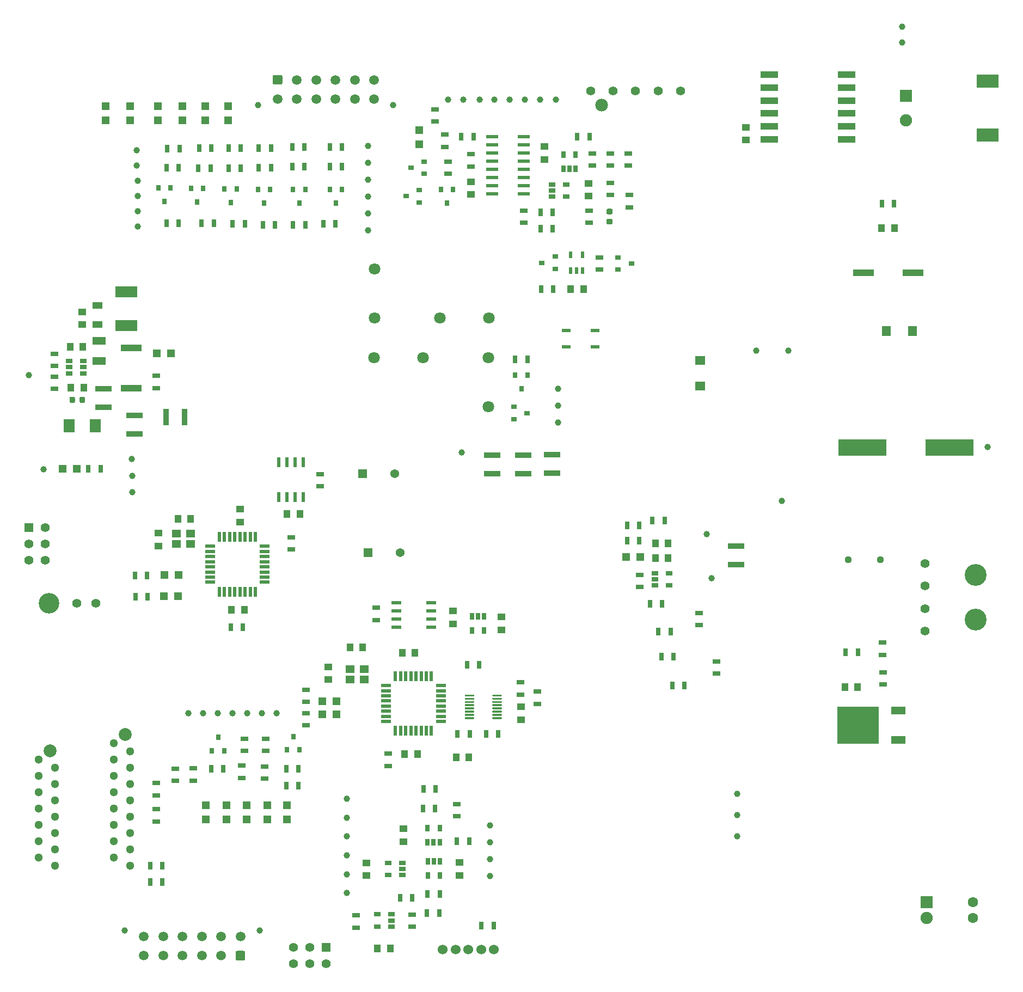
<source format=gbr>
%TF.GenerationSoftware,KiCad,Pcbnew,5.1.10-88a1d61d58~88~ubuntu20.04.1*%
%TF.CreationDate,2022-03-23T18:39:57-04:00*%
%TF.ProjectId,service_section_controller,73657276-6963-4655-9f73-656374696f6e,1.0*%
%TF.SameCoordinates,Original*%
%TF.FileFunction,Soldermask,Top*%
%TF.FilePolarity,Negative*%
%FSLAX46Y46*%
G04 Gerber Fmt 4.6, Leading zero omitted, Abs format (unit mm)*
G04 Created by KiCad (PCBNEW 5.1.10-88a1d61d58~88~ubuntu20.04.1) date 2022-03-23 18:39:57*
%MOMM*%
%LPD*%
G01*
G04 APERTURE LIST*
%ADD10C,3.400000*%
%ADD11C,1.397000*%
%ADD12C,1.371600*%
%ADD13R,1.371600X1.371600*%
%ADD14R,0.550000X1.600000*%
%ADD15R,1.600000X0.550000*%
%ADD16R,2.500000X0.900000*%
%ADD17R,1.250000X1.000000*%
%ADD18R,2.700000X1.000000*%
%ADD19R,1.300000X0.700000*%
%ADD20R,7.500000X2.500000*%
%ADD21R,0.700000X1.300000*%
%ADD22R,0.800000X0.900000*%
%ADD23R,1.200000X1.200000*%
%ADD24C,1.400000*%
%ADD25R,1.400000X1.400000*%
%ADD26R,0.900000X0.800000*%
%ADD27C,1.000000*%
%ADD28C,1.500000*%
%ADD29R,1.400000X1.200000*%
%ADD30R,0.600000X1.550000*%
%ADD31R,1.550000X0.600000*%
%ADD32R,1.060000X0.650000*%
%ADD33R,0.650000X1.060000*%
%ADD34R,2.200000X1.200000*%
%ADD35R,6.400000X5.800000*%
%ADD36R,3.200000X1.000000*%
%ADD37R,2.000000X1.200000*%
%ADD38C,1.800000*%
%ADD39R,3.400000X2.000000*%
%ADD40R,1.900000X1.900000*%
%ADD41C,1.900000*%
%ADD42C,1.524000*%
%ADD43C,2.000000*%
%ADD44C,1.300000*%
%ADD45C,1.981000*%
%ADD46R,0.900000X2.500000*%
%ADD47R,1.640000X1.400000*%
%ADD48R,1.400000X1.640000*%
%ADD49R,1.778000X2.159000*%
%ADD50R,3.500000X1.780000*%
%ADD51R,1.600000X1.000000*%
%ADD52R,1.000000X1.250000*%
%ADD53R,3.200000X1.100000*%
%ADD54C,1.600000*%
%ADD55R,0.600000X1.000000*%
%ADD56R,1.970000X0.600000*%
%ADD57C,3.200000*%
%ADD58C,1.420000*%
%ADD59R,1.450000X0.550000*%
%ADD60C,1.117600*%
G04 APERTURE END LIST*
D10*
%TO.C,J404*%
X278801000Y-138892400D03*
D11*
X270891000Y-144142400D03*
X270891000Y-140642400D03*
D10*
X278801000Y-145892400D03*
D11*
X270891000Y-147642400D03*
X270891000Y-137142400D03*
%TD*%
D12*
%TO.C,C902*%
X189331600Y-135432800D03*
D13*
X184327800Y-135432800D03*
%TD*%
D14*
%TO.C,U1003*%
X194176300Y-154652400D03*
X193376300Y-154652400D03*
X192576300Y-154652400D03*
X191776300Y-154652400D03*
X190976300Y-154652400D03*
X190176300Y-154652400D03*
X189376300Y-154652400D03*
X188576300Y-154652400D03*
D15*
X187126300Y-156102400D03*
X187126300Y-156902400D03*
X187126300Y-157702400D03*
X187126300Y-158502400D03*
X187126300Y-159302400D03*
X187126300Y-160102400D03*
X187126300Y-160902400D03*
X187126300Y-161702400D03*
D14*
X188576300Y-163152400D03*
X189376300Y-163152400D03*
X190176300Y-163152400D03*
X190976300Y-163152400D03*
X191776300Y-163152400D03*
X192576300Y-163152400D03*
X193376300Y-163152400D03*
X194176300Y-163152400D03*
D15*
X195626300Y-161702400D03*
X195626300Y-160902400D03*
X195626300Y-160102400D03*
X195626300Y-159302400D03*
X195626300Y-158502400D03*
X195626300Y-157702400D03*
X195626300Y-156902400D03*
X195626300Y-156102400D03*
%TD*%
D16*
%TO.C,F203*%
X212975000Y-120200000D03*
X212975000Y-123100000D03*
%TD*%
D17*
%TO.C,C805*%
X243078000Y-71294500D03*
X243078000Y-69294500D03*
%TD*%
D18*
%TO.C,T801*%
X258752300Y-61141600D03*
X246682300Y-61141600D03*
X258752300Y-63141600D03*
X246682300Y-63141600D03*
X258752300Y-65141600D03*
X246682300Y-65141600D03*
X258752300Y-67141600D03*
X246682300Y-67141600D03*
X258752300Y-69141600D03*
X246682300Y-69141600D03*
X258752300Y-71141600D03*
X246682300Y-71141600D03*
%TD*%
D19*
%TO.C,R305*%
X224790000Y-75245000D03*
X224790000Y-73345000D03*
%TD*%
D20*
%TO.C,C701*%
X261201000Y-119126000D03*
X274701000Y-119126000D03*
%TD*%
D21*
%TO.C,R907*%
X173517600Y-169011600D03*
X171617600Y-169011600D03*
%TD*%
D22*
%TO.C,Q902*%
X172694600Y-164024600D03*
X173644600Y-166124600D03*
X171744600Y-166124600D03*
%TD*%
D23*
%TO.C,D902*%
X168666160Y-176918800D03*
X168666160Y-174718800D03*
%TD*%
%TO.C,D903*%
X171714160Y-176918800D03*
X171714160Y-174718800D03*
%TD*%
D21*
%TO.C,R905*%
X173517600Y-171678600D03*
X171617600Y-171678600D03*
%TD*%
D23*
%TO.C,D905*%
X159105600Y-176918800D03*
X159105600Y-174718800D03*
%TD*%
D24*
%TO.C,J1001*%
X172720000Y-199390000D03*
X172720000Y-196850000D03*
X175260000Y-199390000D03*
X175260000Y-196850000D03*
X177800000Y-199390000D03*
D25*
X177800000Y-196850000D03*
%TD*%
D26*
%TO.C,D301*%
X192262000Y-80960000D03*
X192262000Y-79060000D03*
X190262000Y-80010000D03*
%TD*%
D27*
%TO.C,J1101*%
X167243500Y-65852500D03*
X188243500Y-65852500D03*
G36*
G01*
X169493500Y-62412500D02*
X169493500Y-61412500D01*
G75*
G02*
X169743500Y-61162500I250000J0D01*
G01*
X170743500Y-61162500D01*
G75*
G02*
X170993500Y-61412500I0J-250000D01*
G01*
X170993500Y-62412500D01*
G75*
G02*
X170743500Y-62662500I-250000J0D01*
G01*
X169743500Y-62662500D01*
G75*
G02*
X169493500Y-62412500I0J250000D01*
G01*
G37*
D28*
X173243500Y-61912500D03*
X176243500Y-61912500D03*
X179243500Y-61912500D03*
X182243500Y-61912500D03*
X185243500Y-61912500D03*
X170243500Y-64912500D03*
X173243500Y-64912500D03*
X176243500Y-64912500D03*
X179243500Y-64912500D03*
X182243500Y-64912500D03*
X185243500Y-64912500D03*
%TD*%
D29*
%TO.C,Y1002*%
X154533920Y-132455140D03*
X156733920Y-132455140D03*
X156733920Y-134055140D03*
X154533920Y-134055140D03*
%TD*%
%TO.C,Y1001*%
X181513300Y-153530400D03*
X183713300Y-153530400D03*
X183713300Y-155130400D03*
X181513300Y-155130400D03*
%TD*%
D15*
%TO.C,U1004*%
X168250000Y-134450000D03*
X168250000Y-135250000D03*
X168250000Y-136050000D03*
X168250000Y-136850000D03*
X168250000Y-137650000D03*
X168250000Y-138450000D03*
X168250000Y-139250000D03*
X168250000Y-140050000D03*
D14*
X166800000Y-141500000D03*
X166000000Y-141500000D03*
X165200000Y-141500000D03*
X164400000Y-141500000D03*
X163600000Y-141500000D03*
X162800000Y-141500000D03*
X162000000Y-141500000D03*
X161200000Y-141500000D03*
D15*
X159750000Y-140050000D03*
X159750000Y-139250000D03*
X159750000Y-138450000D03*
X159750000Y-137650000D03*
X159750000Y-136850000D03*
X159750000Y-136050000D03*
X159750000Y-135250000D03*
X159750000Y-134450000D03*
D14*
X161200000Y-133000000D03*
X162000000Y-133000000D03*
X162800000Y-133000000D03*
X163600000Y-133000000D03*
X164400000Y-133000000D03*
X165200000Y-133000000D03*
X166000000Y-133000000D03*
X166800000Y-133000000D03*
%TD*%
D30*
%TO.C,U1002*%
X170461820Y-121410440D03*
X171731820Y-121410440D03*
X173001820Y-121410440D03*
X174271820Y-121410440D03*
X174271820Y-126810440D03*
X173001820Y-126810440D03*
X171731820Y-126810440D03*
X170461820Y-126810440D03*
%TD*%
D31*
%TO.C,U1001*%
X188701700Y-147040600D03*
X188701700Y-145770600D03*
X188701700Y-144500600D03*
X188701700Y-143230600D03*
X194101700Y-143230600D03*
X194101700Y-144500600D03*
X194101700Y-145770600D03*
X194101700Y-147040600D03*
%TD*%
D32*
%TO.C,U806*%
X187418800Y-185557200D03*
X187418800Y-183657200D03*
X189618800Y-183657200D03*
X189618800Y-184607200D03*
X189618800Y-185557200D03*
%TD*%
D33*
%TO.C,U805*%
X195526700Y-185643700D03*
X193626700Y-185643700D03*
X193626700Y-183443700D03*
X194576700Y-183443700D03*
X195526700Y-183443700D03*
%TD*%
D32*
%TO.C,U804*%
X185793200Y-193583600D03*
X185793200Y-191683600D03*
X187993200Y-191683600D03*
X187993200Y-192633600D03*
X187993200Y-193583600D03*
%TD*%
D33*
%TO.C,U803*%
X193563200Y-178300200D03*
X195463200Y-178300200D03*
X195463200Y-180500200D03*
X194513200Y-180500200D03*
X193563200Y-180500200D03*
%TD*%
%TO.C,U802*%
G36*
G01*
X203659800Y-157735400D02*
X203659800Y-157585400D01*
G75*
G02*
X203734800Y-157510400I75000J0D01*
G01*
X205034800Y-157510400D01*
G75*
G02*
X205109800Y-157585400I0J-75000D01*
G01*
X205109800Y-157735400D01*
G75*
G02*
X205034800Y-157810400I-75000J0D01*
G01*
X203734800Y-157810400D01*
G75*
G02*
X203659800Y-157735400I0J75000D01*
G01*
G37*
G36*
G01*
X203659800Y-158235400D02*
X203659800Y-158085400D01*
G75*
G02*
X203734800Y-158010400I75000J0D01*
G01*
X205034800Y-158010400D01*
G75*
G02*
X205109800Y-158085400I0J-75000D01*
G01*
X205109800Y-158235400D01*
G75*
G02*
X205034800Y-158310400I-75000J0D01*
G01*
X203734800Y-158310400D01*
G75*
G02*
X203659800Y-158235400I0J75000D01*
G01*
G37*
G36*
G01*
X203659800Y-158735400D02*
X203659800Y-158585400D01*
G75*
G02*
X203734800Y-158510400I75000J0D01*
G01*
X205034800Y-158510400D01*
G75*
G02*
X205109800Y-158585400I0J-75000D01*
G01*
X205109800Y-158735400D01*
G75*
G02*
X205034800Y-158810400I-75000J0D01*
G01*
X203734800Y-158810400D01*
G75*
G02*
X203659800Y-158735400I0J75000D01*
G01*
G37*
G36*
G01*
X203659800Y-159235400D02*
X203659800Y-159085400D01*
G75*
G02*
X203734800Y-159010400I75000J0D01*
G01*
X205034800Y-159010400D01*
G75*
G02*
X205109800Y-159085400I0J-75000D01*
G01*
X205109800Y-159235400D01*
G75*
G02*
X205034800Y-159310400I-75000J0D01*
G01*
X203734800Y-159310400D01*
G75*
G02*
X203659800Y-159235400I0J75000D01*
G01*
G37*
G36*
G01*
X203659800Y-159735400D02*
X203659800Y-159585400D01*
G75*
G02*
X203734800Y-159510400I75000J0D01*
G01*
X205034800Y-159510400D01*
G75*
G02*
X205109800Y-159585400I0J-75000D01*
G01*
X205109800Y-159735400D01*
G75*
G02*
X205034800Y-159810400I-75000J0D01*
G01*
X203734800Y-159810400D01*
G75*
G02*
X203659800Y-159735400I0J75000D01*
G01*
G37*
G36*
G01*
X203659800Y-160235400D02*
X203659800Y-160085400D01*
G75*
G02*
X203734800Y-160010400I75000J0D01*
G01*
X205034800Y-160010400D01*
G75*
G02*
X205109800Y-160085400I0J-75000D01*
G01*
X205109800Y-160235400D01*
G75*
G02*
X205034800Y-160310400I-75000J0D01*
G01*
X203734800Y-160310400D01*
G75*
G02*
X203659800Y-160235400I0J75000D01*
G01*
G37*
G36*
G01*
X203659800Y-160735400D02*
X203659800Y-160585400D01*
G75*
G02*
X203734800Y-160510400I75000J0D01*
G01*
X205034800Y-160510400D01*
G75*
G02*
X205109800Y-160585400I0J-75000D01*
G01*
X205109800Y-160735400D01*
G75*
G02*
X205034800Y-160810400I-75000J0D01*
G01*
X203734800Y-160810400D01*
G75*
G02*
X203659800Y-160735400I0J75000D01*
G01*
G37*
G36*
G01*
X203659800Y-161235400D02*
X203659800Y-161085400D01*
G75*
G02*
X203734800Y-161010400I75000J0D01*
G01*
X205034800Y-161010400D01*
G75*
G02*
X205109800Y-161085400I0J-75000D01*
G01*
X205109800Y-161235400D01*
G75*
G02*
X205034800Y-161310400I-75000J0D01*
G01*
X203734800Y-161310400D01*
G75*
G02*
X203659800Y-161235400I0J75000D01*
G01*
G37*
G36*
G01*
X199359800Y-161235400D02*
X199359800Y-161085400D01*
G75*
G02*
X199434800Y-161010400I75000J0D01*
G01*
X200734800Y-161010400D01*
G75*
G02*
X200809800Y-161085400I0J-75000D01*
G01*
X200809800Y-161235400D01*
G75*
G02*
X200734800Y-161310400I-75000J0D01*
G01*
X199434800Y-161310400D01*
G75*
G02*
X199359800Y-161235400I0J75000D01*
G01*
G37*
G36*
G01*
X199359800Y-160735400D02*
X199359800Y-160585400D01*
G75*
G02*
X199434800Y-160510400I75000J0D01*
G01*
X200734800Y-160510400D01*
G75*
G02*
X200809800Y-160585400I0J-75000D01*
G01*
X200809800Y-160735400D01*
G75*
G02*
X200734800Y-160810400I-75000J0D01*
G01*
X199434800Y-160810400D01*
G75*
G02*
X199359800Y-160735400I0J75000D01*
G01*
G37*
G36*
G01*
X199359800Y-160235400D02*
X199359800Y-160085400D01*
G75*
G02*
X199434800Y-160010400I75000J0D01*
G01*
X200734800Y-160010400D01*
G75*
G02*
X200809800Y-160085400I0J-75000D01*
G01*
X200809800Y-160235400D01*
G75*
G02*
X200734800Y-160310400I-75000J0D01*
G01*
X199434800Y-160310400D01*
G75*
G02*
X199359800Y-160235400I0J75000D01*
G01*
G37*
G36*
G01*
X199359800Y-159735400D02*
X199359800Y-159585400D01*
G75*
G02*
X199434800Y-159510400I75000J0D01*
G01*
X200734800Y-159510400D01*
G75*
G02*
X200809800Y-159585400I0J-75000D01*
G01*
X200809800Y-159735400D01*
G75*
G02*
X200734800Y-159810400I-75000J0D01*
G01*
X199434800Y-159810400D01*
G75*
G02*
X199359800Y-159735400I0J75000D01*
G01*
G37*
G36*
G01*
X199359800Y-159235400D02*
X199359800Y-159085400D01*
G75*
G02*
X199434800Y-159010400I75000J0D01*
G01*
X200734800Y-159010400D01*
G75*
G02*
X200809800Y-159085400I0J-75000D01*
G01*
X200809800Y-159235400D01*
G75*
G02*
X200734800Y-159310400I-75000J0D01*
G01*
X199434800Y-159310400D01*
G75*
G02*
X199359800Y-159235400I0J75000D01*
G01*
G37*
G36*
G01*
X199359800Y-158735400D02*
X199359800Y-158585400D01*
G75*
G02*
X199434800Y-158510400I75000J0D01*
G01*
X200734800Y-158510400D01*
G75*
G02*
X200809800Y-158585400I0J-75000D01*
G01*
X200809800Y-158735400D01*
G75*
G02*
X200734800Y-158810400I-75000J0D01*
G01*
X199434800Y-158810400D01*
G75*
G02*
X199359800Y-158735400I0J75000D01*
G01*
G37*
G36*
G01*
X199359800Y-158235400D02*
X199359800Y-158085400D01*
G75*
G02*
X199434800Y-158010400I75000J0D01*
G01*
X200734800Y-158010400D01*
G75*
G02*
X200809800Y-158085400I0J-75000D01*
G01*
X200809800Y-158235400D01*
G75*
G02*
X200734800Y-158310400I-75000J0D01*
G01*
X199434800Y-158310400D01*
G75*
G02*
X199359800Y-158235400I0J75000D01*
G01*
G37*
G36*
G01*
X199359800Y-157735400D02*
X199359800Y-157585400D01*
G75*
G02*
X199434800Y-157510400I75000J0D01*
G01*
X200734800Y-157510400D01*
G75*
G02*
X200809800Y-157585400I0J-75000D01*
G01*
X200809800Y-157735400D01*
G75*
G02*
X200734800Y-157810400I-75000J0D01*
G01*
X199434800Y-157810400D01*
G75*
G02*
X199359800Y-157735400I0J75000D01*
G01*
G37*
%TD*%
%TO.C,U801*%
X202359300Y-147556400D03*
X200459300Y-147556400D03*
X200459300Y-145356400D03*
X201409300Y-145356400D03*
X202359300Y-145356400D03*
%TD*%
D34*
%TO.C,U701*%
X266810600Y-164535200D03*
X266810600Y-159975200D03*
D35*
X260510600Y-162255200D03*
%TD*%
D32*
%TO.C,U601*%
X231097000Y-138623000D03*
X231097000Y-140523000D03*
X228897000Y-140523000D03*
X228897000Y-139573000D03*
X228897000Y-138623000D03*
%TD*%
D33*
%TO.C,U302*%
X214696000Y-73576000D03*
X216596000Y-73576000D03*
X216596000Y-75776000D03*
X215646000Y-75776000D03*
X214696000Y-75776000D03*
%TD*%
D32*
%TO.C,U301*%
X215095000Y-78171000D03*
X215095000Y-80071000D03*
X212895000Y-80071000D03*
X212895000Y-79121000D03*
X212895000Y-78171000D03*
%TD*%
%TO.C,U201*%
X140076100Y-106603800D03*
X140076100Y-105653800D03*
X140076100Y-107553800D03*
X137876100Y-107553800D03*
X137876100Y-106603800D03*
X137876100Y-105653800D03*
%TD*%
D19*
%TO.C,R1014*%
X172400000Y-134950000D03*
X172400000Y-133050000D03*
%TD*%
D21*
%TO.C,R1013*%
X152334000Y-184150000D03*
X150434000Y-184150000D03*
%TD*%
%TO.C,R1012*%
X152334000Y-186690000D03*
X150434000Y-186690000D03*
%TD*%
%TO.C,R1010*%
X148160000Y-142300000D03*
X150060000Y-142300000D03*
%TD*%
%TO.C,R1009*%
X148050000Y-138990000D03*
X149950000Y-138990000D03*
%TD*%
D19*
%TO.C,R1008*%
X174675000Y-162275000D03*
X174675000Y-160375000D03*
%TD*%
%TO.C,R1007*%
X174700000Y-156750000D03*
X174700000Y-158650000D03*
%TD*%
D21*
%TO.C,R1006*%
X199710000Y-152908000D03*
X201610000Y-152908000D03*
%TD*%
D19*
%TO.C,R1005*%
X151384000Y-177226000D03*
X151384000Y-175326000D03*
%TD*%
%TO.C,R1004*%
X151384000Y-171262000D03*
X151384000Y-173162000D03*
%TD*%
%TO.C,R1001*%
X187439300Y-166715400D03*
X187439300Y-168615400D03*
%TD*%
%TO.C,R909*%
X154355800Y-170952200D03*
X154355800Y-169052200D03*
%TD*%
%TO.C,R908*%
X165074600Y-164378600D03*
X165074600Y-166278600D03*
%TD*%
%TO.C,R906*%
X164693600Y-170469600D03*
X164693600Y-168569600D03*
%TD*%
D21*
%TO.C,R902*%
X161833600Y-169011600D03*
X159933600Y-169011600D03*
%TD*%
D19*
%TO.C,R904*%
X168376600Y-164378600D03*
X168376600Y-166278600D03*
%TD*%
%TO.C,R901*%
X157149800Y-170901400D03*
X157149800Y-169001400D03*
%TD*%
%TO.C,R903*%
X168249600Y-170596600D03*
X168249600Y-168696600D03*
%TD*%
D21*
%TO.C,R815*%
X209103000Y-105346500D03*
X207203000Y-105346500D03*
%TD*%
%TO.C,R814*%
X193499700Y-191528700D03*
X195399700Y-191528700D03*
%TD*%
D19*
%TO.C,R812*%
X191160400Y-193634400D03*
X191160400Y-191734400D03*
%TD*%
D21*
%TO.C,R813*%
X195463200Y-188544200D03*
X193563200Y-188544200D03*
%TD*%
%TO.C,R810*%
X198236800Y-163601400D03*
X200136800Y-163601400D03*
%TD*%
%TO.C,R809*%
X202681800Y-163601400D03*
X204581800Y-163601400D03*
%TD*%
%TO.C,R808*%
X192928200Y-172224700D03*
X194828200Y-172224700D03*
%TD*%
%TO.C,R807*%
X198135200Y-180289200D03*
X200035200Y-180289200D03*
%TD*%
D19*
%TO.C,R806*%
X210680300Y-158963400D03*
X210680300Y-157063400D03*
%TD*%
%TO.C,R805*%
X208013300Y-157502900D03*
X208013300Y-155602900D03*
%TD*%
D21*
%TO.C,R803*%
X194764700Y-175209200D03*
X192864700Y-175209200D03*
%TD*%
D19*
%TO.C,R804*%
X198132700Y-176413200D03*
X198132700Y-174513200D03*
%TD*%
%TO.C,R802*%
X182422800Y-193736000D03*
X182422800Y-191836000D03*
%TD*%
D21*
%TO.C,R801*%
X203845200Y-193446400D03*
X201945200Y-193446400D03*
%TD*%
%TO.C,R707*%
X266126000Y-81153000D03*
X264226000Y-81153000D03*
%TD*%
%TO.C,R610*%
X226502000Y-131191000D03*
X224602000Y-131191000D03*
%TD*%
%TO.C,R609*%
X226502000Y-133604000D03*
X224602000Y-133604000D03*
%TD*%
%TO.C,R608*%
X230439000Y-130429000D03*
X228539000Y-130429000D03*
%TD*%
%TO.C,R607*%
X230058000Y-143408400D03*
X228158000Y-143408400D03*
%TD*%
%TO.C,R606*%
X231836000Y-151638000D03*
X229936000Y-151638000D03*
%TD*%
D19*
%TO.C,R605*%
X226568000Y-138877000D03*
X226568000Y-140777000D03*
%TD*%
D21*
%TO.C,R604*%
X233512400Y-156108400D03*
X231612400Y-156108400D03*
%TD*%
%TO.C,R602*%
X229478800Y-147675600D03*
X231378800Y-147675600D03*
%TD*%
D19*
%TO.C,R603*%
X235813600Y-144795200D03*
X235813600Y-146695200D03*
%TD*%
%TO.C,R601*%
X238506000Y-152364400D03*
X238506000Y-154264400D03*
%TD*%
D21*
%TO.C,R518*%
X177358000Y-84328000D03*
X179258000Y-84328000D03*
%TD*%
%TO.C,R516*%
X172659000Y-84455000D03*
X174559000Y-84455000D03*
%TD*%
%TO.C,R517*%
X167960000Y-84455000D03*
X169860000Y-84455000D03*
%TD*%
%TO.C,R514*%
X174432000Y-75438000D03*
X172532000Y-75438000D03*
%TD*%
%TO.C,R515*%
X169225000Y-75565000D03*
X167325000Y-75565000D03*
%TD*%
%TO.C,R513*%
X180274000Y-75438000D03*
X178374000Y-75438000D03*
%TD*%
%TO.C,R511*%
X174432000Y-72390000D03*
X172532000Y-72390000D03*
%TD*%
%TO.C,R512*%
X169225000Y-72517000D03*
X167325000Y-72517000D03*
%TD*%
%TO.C,R510*%
X180274000Y-72390000D03*
X178374000Y-72390000D03*
%TD*%
%TO.C,R507*%
X163261000Y-84328000D03*
X165161000Y-84328000D03*
%TD*%
%TO.C,R509*%
X152974000Y-84201000D03*
X154874000Y-84201000D03*
%TD*%
%TO.C,R508*%
X158435000Y-84201000D03*
X160335000Y-84201000D03*
%TD*%
%TO.C,R505*%
X164526000Y-75692000D03*
X162626000Y-75692000D03*
%TD*%
%TO.C,R506*%
X154874000Y-75565000D03*
X152974000Y-75565000D03*
%TD*%
%TO.C,R504*%
X159827000Y-75692000D03*
X157927000Y-75692000D03*
%TD*%
%TO.C,R502*%
X164526000Y-72517000D03*
X162626000Y-72517000D03*
%TD*%
%TO.C,R503*%
X155001000Y-72644000D03*
X153101000Y-72644000D03*
%TD*%
%TO.C,R501*%
X159954000Y-72517000D03*
X158054000Y-72517000D03*
%TD*%
D19*
%TO.C,R315*%
X194691000Y-68387000D03*
X194691000Y-66487000D03*
%TD*%
%TO.C,R311*%
X200279000Y-73472000D03*
X200279000Y-75372000D03*
%TD*%
%TO.C,R310*%
X219202000Y-75245000D03*
X219202000Y-73345000D03*
%TD*%
%TO.C,R309*%
X218694000Y-84135000D03*
X218694000Y-82235000D03*
%TD*%
%TO.C,R308*%
X221996000Y-73345000D03*
X221996000Y-75245000D03*
%TD*%
D21*
%TO.C,R307*%
X218755000Y-70739000D03*
X216855000Y-70739000D03*
%TD*%
%TO.C,R306*%
X211140000Y-82550000D03*
X213040000Y-82550000D03*
%TD*%
D19*
%TO.C,R304*%
X208534000Y-84135000D03*
X208534000Y-82235000D03*
%TD*%
%TO.C,R303*%
X224917000Y-79822000D03*
X224917000Y-81722000D03*
%TD*%
D21*
%TO.C,R302*%
X213040000Y-85090000D03*
X211140000Y-85090000D03*
%TD*%
D19*
%TO.C,R301*%
X221996000Y-77917000D03*
X221996000Y-79817000D03*
%TD*%
%TO.C,R204*%
X151422100Y-107939800D03*
X151422100Y-109839800D03*
%TD*%
D36*
%TO.C,R205*%
X147485100Y-103630800D03*
X147485100Y-109830800D03*
%TD*%
D19*
%TO.C,R203*%
X135547100Y-104510800D03*
X135547100Y-106410800D03*
%TD*%
%TO.C,R202*%
X135547100Y-109966800D03*
X135547100Y-108066800D03*
%TD*%
D21*
%TO.C,R201*%
X140820100Y-122415300D03*
X142720100Y-122415300D03*
%TD*%
D22*
%TO.C,Q901*%
X161010600Y-164151600D03*
X161960600Y-166251600D03*
X160060600Y-166251600D03*
%TD*%
%TO.C,Q801*%
X208153000Y-109952500D03*
X207203000Y-107852500D03*
X209103000Y-107852500D03*
%TD*%
%TO.C,Q506*%
X180274000Y-78960000D03*
X178374000Y-78960000D03*
X179324000Y-81060000D03*
%TD*%
%TO.C,Q504*%
X174559000Y-78960000D03*
X172659000Y-78960000D03*
X173609000Y-81060000D03*
%TD*%
%TO.C,Q505*%
X169098000Y-78960000D03*
X167198000Y-78960000D03*
X168148000Y-81060000D03*
%TD*%
%TO.C,Q501*%
X163891000Y-78876180D03*
X161991000Y-78876180D03*
X162941000Y-80976180D03*
%TD*%
%TO.C,Q503*%
X153604000Y-78706000D03*
X151704000Y-78706000D03*
X152654000Y-80806000D03*
%TD*%
%TO.C,Q502*%
X158684000Y-78833000D03*
X156784000Y-78833000D03*
X157734000Y-80933000D03*
%TD*%
D26*
%TO.C,Q302*%
X190974000Y-75565000D03*
X193074000Y-74615000D03*
X193074000Y-76515000D03*
%TD*%
D22*
%TO.C,Q301*%
X196596000Y-81060000D03*
X195646000Y-78960000D03*
X197546000Y-78960000D03*
%TD*%
D23*
%TO.C,PD1004*%
X152580000Y-142230000D03*
X154780000Y-142230000D03*
%TD*%
%TO.C,PD1003*%
X152630000Y-138950000D03*
X154830000Y-138950000D03*
%TD*%
%TO.C,PD1002*%
X177169800Y-160542820D03*
X179369800Y-160542820D03*
%TD*%
%TO.C,PD1001*%
X177169800Y-158510820D03*
X179369800Y-158510820D03*
%TD*%
D27*
%TO.C,L701*%
X244682000Y-104013000D03*
X249682000Y-104013000D03*
%TD*%
D37*
%TO.C,L201*%
X142532100Y-102463800D03*
X142532100Y-105663800D03*
%TD*%
D38*
%TO.C,K801*%
X203009500Y-112776000D03*
X185229500Y-105156000D03*
X192849500Y-105156000D03*
X203009500Y-105156000D03*
%TD*%
D24*
%TO.C,J1002*%
X134112000Y-136652000D03*
X131572000Y-136652000D03*
X134112000Y-134112000D03*
X131572000Y-134112000D03*
X134112000Y-131572000D03*
D25*
X131572000Y-131572000D03*
%TD*%
D39*
%TO.C,J802*%
X280708100Y-62115700D03*
X280708100Y-70497700D03*
D40*
X268008100Y-64401700D03*
D41*
X268008100Y-68211700D03*
%TD*%
D42*
%TO.C,J801*%
X203910700Y-197180200D03*
X201910700Y-197180200D03*
X199910700Y-197180200D03*
X197910700Y-197180200D03*
X195910700Y-197180200D03*
%TD*%
D28*
%TO.C,J*%
X149465000Y-195120000D03*
X152465000Y-195120000D03*
X155465000Y-195120000D03*
X158465000Y-195120000D03*
X161465000Y-195120000D03*
X164465000Y-195120000D03*
X149465000Y-198120000D03*
X152465000Y-198120000D03*
X155465000Y-198120000D03*
X158465000Y-198120000D03*
X161465000Y-198120000D03*
G36*
G01*
X165215000Y-197620000D02*
X165215000Y-198620000D01*
G75*
G02*
X164965000Y-198870000I-250000J0D01*
G01*
X163965000Y-198870000D01*
G75*
G02*
X163715000Y-198620000I0J250000D01*
G01*
X163715000Y-197620000D01*
G75*
G02*
X163965000Y-197370000I250000J0D01*
G01*
X164965000Y-197370000D01*
G75*
G02*
X165215000Y-197620000I0J-250000D01*
G01*
G37*
D27*
X146465000Y-194180000D03*
X167465000Y-194180000D03*
%TD*%
D43*
%TO.C,J401*%
X146580000Y-163700000D03*
D44*
X147320000Y-184150000D03*
X144780000Y-182880000D03*
X147320000Y-181610000D03*
X144780000Y-180340000D03*
X147320000Y-179070000D03*
X144780000Y-177800000D03*
X147320000Y-176530000D03*
X144780000Y-175260000D03*
X147320000Y-173990000D03*
X147320000Y-171450000D03*
X147320000Y-168910000D03*
X147320000Y-166370000D03*
X144780000Y-172720000D03*
X144780000Y-165100000D03*
X144780000Y-167640000D03*
X144780000Y-170180000D03*
%TD*%
D11*
%TO.C,J301*%
X232905000Y-63627000D03*
X229405000Y-63627000D03*
X225905000Y-63627000D03*
D45*
X220655000Y-65857000D03*
D11*
X218905000Y-63627000D03*
X222405000Y-63627000D03*
%TD*%
D16*
%TO.C,F702*%
X241554000Y-134440000D03*
X241554000Y-137340000D03*
%TD*%
%TO.C,F205*%
X208475000Y-120275000D03*
X208475000Y-123175000D03*
%TD*%
%TO.C,F204*%
X203625000Y-120250000D03*
X203625000Y-123150000D03*
%TD*%
%TO.C,F206*%
X143167100Y-112816300D03*
X143167100Y-109916300D03*
%TD*%
D46*
%TO.C,F202*%
X155820000Y-114380000D03*
X152920000Y-114380000D03*
%TD*%
D16*
%TO.C,F201*%
X147980400Y-116989520D03*
X147980400Y-114089520D03*
%TD*%
D23*
%TO.C,D904*%
X165414960Y-176918800D03*
X165414960Y-174718800D03*
%TD*%
%TO.C,D901*%
X162316160Y-176918800D03*
X162316160Y-174718800D03*
%TD*%
D26*
%TO.C,D801*%
X209026000Y-113728500D03*
X207026000Y-114678500D03*
X207026000Y-112778500D03*
%TD*%
D47*
%TO.C,D703*%
X235966000Y-109567000D03*
X235966000Y-105537000D03*
%TD*%
D48*
%TO.C,D702*%
X264956000Y-100965000D03*
X268986000Y-100965000D03*
%TD*%
D23*
%TO.C,D601*%
X224452000Y-136144000D03*
X226652000Y-136144000D03*
%TD*%
%TO.C,D505*%
X158960820Y-68199180D03*
X158960820Y-65999180D03*
%TD*%
%TO.C,D506*%
X155404820Y-68199180D03*
X155404820Y-65999180D03*
%TD*%
%TO.C,D504*%
X162516820Y-68199180D03*
X162516820Y-65999180D03*
%TD*%
%TO.C,D502*%
X151594820Y-68199180D03*
X151594820Y-65999180D03*
%TD*%
%TO.C,D503*%
X143466820Y-68199180D03*
X143466820Y-65999180D03*
%TD*%
%TO.C,D501*%
X147276820Y-68199180D03*
X147276820Y-65999180D03*
%TD*%
%TO.C,D302*%
X192278000Y-71966000D03*
X192278000Y-69766000D03*
%TD*%
%TO.C,D203*%
X153665100Y-104444800D03*
X151465100Y-104444800D03*
%TD*%
%TO.C,D202*%
X136860100Y-122415300D03*
X139060100Y-122415300D03*
%TD*%
D49*
%TO.C,D201*%
X141897100Y-115747800D03*
X137833100Y-115747800D03*
%TD*%
D50*
%TO.C,COUT203*%
X146723100Y-100126800D03*
X146723100Y-94846800D03*
%TD*%
D51*
%TO.C,COUT202*%
X142278100Y-96975800D03*
X142278100Y-99975800D03*
%TD*%
D17*
%TO.C,COUT201*%
X139865100Y-97983800D03*
X139865100Y-99983800D03*
%TD*%
D52*
%TO.C,C1010*%
X154744920Y-130207140D03*
X156744920Y-130207140D03*
%TD*%
D17*
%TO.C,C1009*%
X151696920Y-132382140D03*
X151696920Y-134382140D03*
%TD*%
D52*
%TO.C,C1008*%
X165100000Y-144350000D03*
X163100000Y-144350000D03*
%TD*%
D17*
%TO.C,C1007*%
X164400000Y-128700000D03*
X164400000Y-130700000D03*
%TD*%
D52*
%TO.C,C1006*%
X181486300Y-150139400D03*
X183486300Y-150139400D03*
%TD*%
D17*
%TO.C,C1005*%
X178168300Y-153203400D03*
X178168300Y-155203400D03*
%TD*%
D52*
%TO.C,C1004*%
X171702100Y-129396180D03*
X173702100Y-129396180D03*
%TD*%
D17*
%TO.C,C1003*%
X197497700Y-146516600D03*
X197497700Y-144516600D03*
%TD*%
D52*
%TO.C,C1002*%
X191995300Y-166776400D03*
X189995300Y-166776400D03*
%TD*%
%TO.C,C1001*%
X189614300Y-151028400D03*
X191614300Y-151028400D03*
%TD*%
D12*
%TO.C,C901*%
X188468000Y-123190000D03*
D13*
X183464200Y-123190000D03*
%TD*%
D17*
%TO.C,C808*%
X184099200Y-183658000D03*
X184099200Y-185658000D03*
%TD*%
%TO.C,C807*%
X198577200Y-183607200D03*
X198577200Y-185607200D03*
%TD*%
D52*
%TO.C,C806*%
X187791600Y-197002400D03*
X185791600Y-197002400D03*
%TD*%
%TO.C,C804*%
X197996300Y-167284400D03*
X199996300Y-167284400D03*
%TD*%
D17*
%TO.C,C803*%
X189814200Y-180400200D03*
X189814200Y-178400200D03*
%TD*%
%TO.C,C802*%
X205092300Y-147456400D03*
X205092300Y-145456400D03*
%TD*%
%TO.C,C801*%
X208076800Y-159426400D03*
X208076800Y-161426400D03*
%TD*%
D52*
%TO.C,C707*%
X266176000Y-84963000D03*
X264176000Y-84963000D03*
%TD*%
D53*
%TO.C,C706*%
X269066000Y-91948000D03*
X261366000Y-91948000D03*
%TD*%
D52*
%TO.C,C704*%
X258461000Y-156337000D03*
X260461000Y-156337000D03*
%TD*%
%TO.C,C603*%
X215852500Y-94488000D03*
X217852500Y-94488000D03*
%TD*%
%TO.C,C602*%
X230997000Y-136271000D03*
X228997000Y-136271000D03*
%TD*%
%TO.C,C601*%
X230997000Y-133985000D03*
X228997000Y-133985000D03*
%TD*%
D17*
%TO.C,C303*%
X211709000Y-74279000D03*
X211709000Y-72279000D03*
%TD*%
%TO.C,C302*%
X218567000Y-77994000D03*
X218567000Y-79994000D03*
%TD*%
%TO.C,C301*%
G36*
G01*
X221612750Y-83535000D02*
X222125250Y-83535000D01*
G75*
G02*
X222344000Y-83753750I0J-218750D01*
G01*
X222344000Y-84191250D01*
G75*
G02*
X222125250Y-84410000I-218750J0D01*
G01*
X221612750Y-84410000D01*
G75*
G02*
X221394000Y-84191250I0J218750D01*
G01*
X221394000Y-83753750D01*
G75*
G02*
X221612750Y-83535000I218750J0D01*
G01*
G37*
G36*
G01*
X221612750Y-81960000D02*
X222125250Y-81960000D01*
G75*
G02*
X222344000Y-82178750I0J-218750D01*
G01*
X222344000Y-82616250D01*
G75*
G02*
X222125250Y-82835000I-218750J0D01*
G01*
X221612750Y-82835000D01*
G75*
G02*
X221394000Y-82616250I0J218750D01*
G01*
X221394000Y-82178750D01*
G75*
G02*
X221612750Y-81960000I218750J0D01*
G01*
G37*
%TD*%
D52*
%TO.C,C203*%
X137976100Y-103428800D03*
X139976100Y-103428800D03*
%TD*%
%TO.C,C202*%
X138103100Y-109778800D03*
X140103100Y-109778800D03*
%TD*%
%TO.C,C201*%
G36*
G01*
X138753100Y-111427550D02*
X138753100Y-111940050D01*
G75*
G02*
X138534350Y-112158800I-218750J0D01*
G01*
X138096850Y-112158800D01*
G75*
G02*
X137878100Y-111940050I0J218750D01*
G01*
X137878100Y-111427550D01*
G75*
G02*
X138096850Y-111208800I218750J0D01*
G01*
X138534350Y-111208800D01*
G75*
G02*
X138753100Y-111427550I0J-218750D01*
G01*
G37*
G36*
G01*
X140328100Y-111427550D02*
X140328100Y-111940050D01*
G75*
G02*
X140109350Y-112158800I-218750J0D01*
G01*
X139671850Y-112158800D01*
G75*
G02*
X139453100Y-111940050I0J218750D01*
G01*
X139453100Y-111427550D01*
G75*
G02*
X139671850Y-111208800I218750J0D01*
G01*
X140109350Y-111208800D01*
G75*
G02*
X140328100Y-111427550I0J-218750D01*
G01*
G37*
%TD*%
D21*
%TO.C,R611*%
X213103500Y-94488000D03*
X211203500Y-94488000D03*
%TD*%
D40*
%TO.C,J601*%
X271221200Y-189788800D03*
D41*
X271221200Y-192288800D03*
D54*
X278401200Y-189788800D03*
X278401200Y-192288800D03*
%TD*%
D26*
%TO.C,Q601*%
X213457500Y-91310500D03*
X213457500Y-89410500D03*
X211357500Y-90360500D03*
%TD*%
D19*
%TO.C,R612*%
X220281500Y-89537500D03*
X220281500Y-91437500D03*
%TD*%
D55*
%TO.C,U603*%
X215775500Y-91560500D03*
X216725500Y-91560500D03*
X217675500Y-91560500D03*
X217675500Y-89160500D03*
X215775500Y-89160500D03*
%TD*%
D26*
%TO.C,Q602*%
X223168500Y-89537500D03*
X223168500Y-91437500D03*
X225268500Y-90487500D03*
%TD*%
D19*
%TO.C,R312*%
X196723000Y-74615000D03*
X196723000Y-76515000D03*
%TD*%
%TO.C,R313*%
X196215000Y-72324000D03*
X196215000Y-70424000D03*
%TD*%
D21*
%TO.C,R314*%
X198821000Y-70739000D03*
X200721000Y-70739000D03*
%TD*%
D56*
%TO.C,U303*%
X203622000Y-79626000D03*
X203622000Y-78356000D03*
X203622000Y-77086000D03*
X203622000Y-75816000D03*
X203622000Y-74546000D03*
X203622000Y-73276000D03*
X203622000Y-72006000D03*
X203622000Y-70736000D03*
X208572000Y-70736000D03*
X208572000Y-72006000D03*
X208572000Y-73276000D03*
X208572000Y-74546000D03*
X208572000Y-75816000D03*
X208572000Y-77086000D03*
X208572000Y-78356000D03*
X208572000Y-79626000D03*
%TD*%
D19*
%TO.C,R703*%
X264414000Y-155966200D03*
X264414000Y-154066200D03*
%TD*%
%TO.C,R701*%
X264363200Y-149443400D03*
X264363200Y-151343400D03*
%TD*%
D21*
%TO.C,R702*%
X260487200Y-150952200D03*
X258587200Y-150952200D03*
%TD*%
D17*
%TO.C,C304*%
X200279000Y-77740000D03*
X200279000Y-79740000D03*
%TD*%
D38*
%TO.C,K301*%
X185293000Y-98933000D03*
X195453000Y-98933000D03*
X203073000Y-98933000D03*
X185293000Y-91313000D03*
%TD*%
D21*
%TO.C,R1011*%
X164850000Y-147000000D03*
X162950000Y-147000000D03*
%TD*%
D27*
%TO.C,TP201*%
X147574000Y-120904000D03*
%TD*%
%TO.C,TP202*%
X147624000Y-126081000D03*
%TD*%
%TO.C,TP203*%
X131584700Y-107810300D03*
%TD*%
%TO.C,TP204*%
X213868000Y-115189000D03*
%TD*%
%TO.C,TP205*%
X198850000Y-119900000D03*
%TD*%
%TO.C,TP206*%
X213868000Y-112585500D03*
%TD*%
%TO.C,TP207*%
X133870700Y-122466100D03*
%TD*%
%TO.C,TP208*%
X147644000Y-123528000D03*
%TD*%
%TO.C,TP301*%
X213487000Y-65024000D03*
%TD*%
%TO.C,TP302*%
X206338714Y-65024000D03*
%TD*%
%TO.C,TP303*%
X201676000Y-65024000D03*
%TD*%
%TO.C,TP304*%
X211092143Y-65024000D03*
%TD*%
%TO.C,TP305*%
X208715428Y-65024000D03*
%TD*%
%TO.C,TP306*%
X203962000Y-65024000D03*
%TD*%
%TO.C,TP307*%
X199117858Y-65024000D03*
%TD*%
%TO.C,TP308*%
X196723000Y-65024000D03*
%TD*%
%TO.C,TP501*%
X148463000Y-82346800D03*
%TD*%
%TO.C,TP502*%
X148336000Y-75260200D03*
%TD*%
%TO.C,TP503*%
X148463000Y-79984600D03*
%TD*%
%TO.C,TP504*%
X148463000Y-84709000D03*
%TD*%
%TO.C,TP505*%
X184340500Y-77431900D03*
%TD*%
%TO.C,TP506*%
X184297320Y-85280500D03*
%TD*%
%TO.C,TP507*%
X148463000Y-77622400D03*
%TD*%
%TO.C,TP508*%
X148336000Y-72898000D03*
%TD*%
%TO.C,TP509*%
X184340500Y-72199500D03*
%TD*%
%TO.C,TP510*%
X184340500Y-82664300D03*
%TD*%
%TO.C,TP511*%
X184340500Y-80048100D03*
%TD*%
%TO.C,TP512*%
X184340500Y-74815700D03*
%TD*%
%TO.C,TP601*%
X241681000Y-176225200D03*
%TD*%
%TO.C,TP602*%
X236982000Y-132588000D03*
%TD*%
%TO.C,TP603*%
X241681000Y-179527200D03*
%TD*%
%TO.C,TP604*%
X241681000Y-172923200D03*
%TD*%
%TO.C,TP605*%
X213868000Y-109982000D03*
%TD*%
%TO.C,TP701*%
X248666000Y-127381000D03*
%TD*%
%TO.C,TP703*%
X237744000Y-139446000D03*
%TD*%
%TO.C,TP702*%
X280670000Y-118999000D03*
%TD*%
%TO.C,TP801*%
X203250800Y-180475466D03*
%TD*%
%TO.C,TP802*%
X203250800Y-177850800D03*
%TD*%
%TO.C,TP803*%
X180990240Y-176662080D03*
%TD*%
%TO.C,TP804*%
X203250800Y-185724800D03*
%TD*%
%TO.C,TP805*%
X180990240Y-188366400D03*
%TD*%
%TO.C,TP806*%
X203250800Y-183100132D03*
%TD*%
%TO.C,TP807*%
X180990240Y-173736000D03*
%TD*%
%TO.C,TP808*%
X180990240Y-185440320D03*
%TD*%
%TO.C,TP809*%
X180990240Y-182514240D03*
%TD*%
%TO.C,TP901*%
X158633160Y-160451800D03*
%TD*%
%TO.C,TP902*%
X160919160Y-160451800D03*
%TD*%
%TO.C,TP903*%
X165491160Y-160451800D03*
%TD*%
%TO.C,TP904*%
X167777160Y-160451800D03*
%TD*%
%TO.C,TP905*%
X163205160Y-160451800D03*
%TD*%
%TO.C,TP906*%
X170063160Y-160451800D03*
%TD*%
%TO.C,TP907*%
X156347160Y-160451800D03*
%TD*%
%TO.C,BSPD801*%
X180990240Y-179588160D03*
%TD*%
%TO.C,IM801*%
X267335000Y-56070500D03*
%TD*%
%TO.C,IP801*%
X267335000Y-53657500D03*
%TD*%
D21*
%TO.C,R811*%
X189296000Y-189128400D03*
X191196000Y-189128400D03*
%TD*%
D19*
%TO.C,R1002*%
X185547000Y-145923000D03*
X185547000Y-144023000D03*
%TD*%
%TO.C,R1003*%
X176860000Y-123250000D03*
X176860000Y-125150000D03*
%TD*%
D44*
%TO.C,J402*%
X133096000Y-172720000D03*
X133096000Y-170180000D03*
X133096000Y-167640000D03*
X133096000Y-175260000D03*
X135636000Y-168910000D03*
X135636000Y-171450000D03*
X135636000Y-173990000D03*
X135636000Y-176530000D03*
X133096000Y-177800000D03*
X135636000Y-179070000D03*
X133096000Y-180340000D03*
X135636000Y-181610000D03*
X133096000Y-182880000D03*
X135636000Y-184150000D03*
D43*
X134896000Y-166240000D03*
%TD*%
D57*
%TO.C,J405*%
X134696200Y-143332200D03*
D58*
X139016200Y-143332200D03*
X142016200Y-143332200D03*
%TD*%
D59*
%TO.C,U602*%
X219648600Y-103454200D03*
X219648600Y-100914200D03*
X215148600Y-100914200D03*
X215148600Y-103454200D03*
%TD*%
D60*
%TO.C,F701*%
X258978400Y-136550400D03*
X263978400Y-136550400D03*
%TD*%
M02*

</source>
